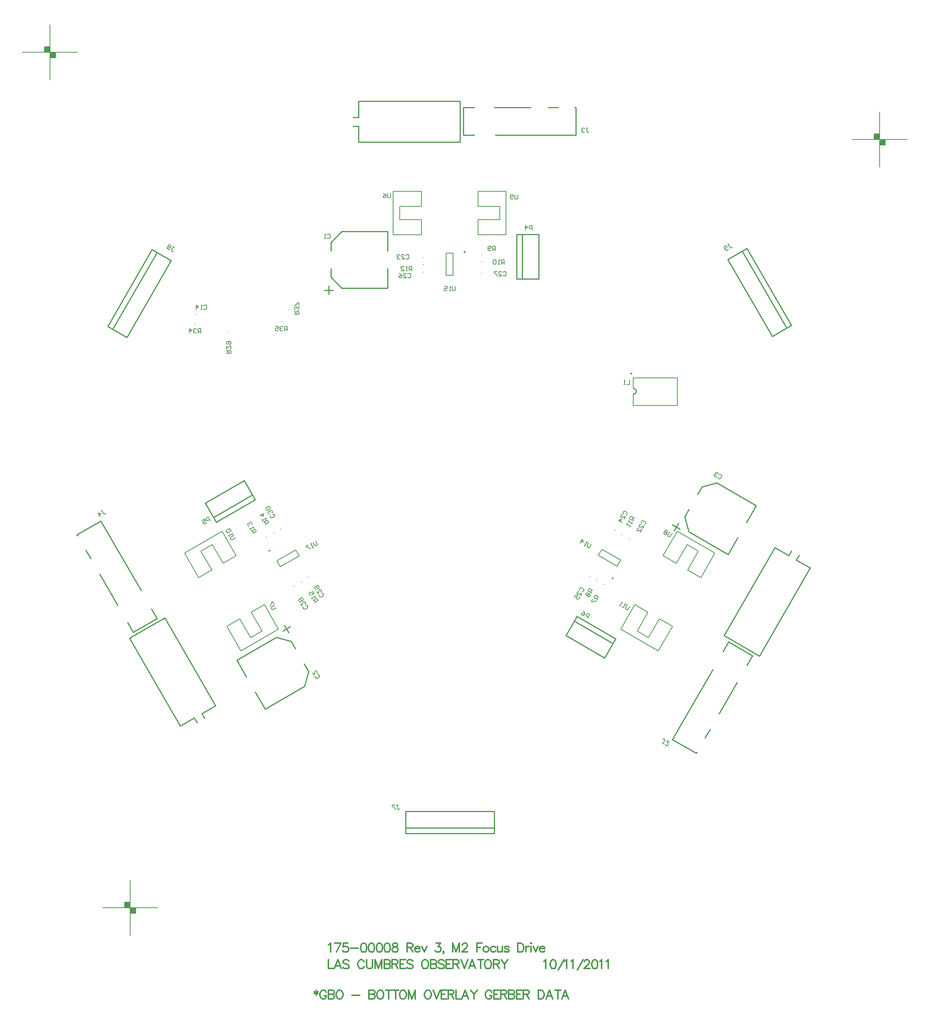
<source format=gbo>
%FSLAX23Y23*%
%MOIN*%
G70*
G01*
G75*
G04 Layer_Color=32896*
%ADD10R,0.057X0.012*%
%ADD11R,0.025X0.185*%
%ADD12R,0.025X0.100*%
%ADD13O,0.079X0.024*%
%ADD14R,0.070X0.135*%
%ADD15R,0.036X0.036*%
%ADD16R,0.094X0.102*%
G04:AMPARAMS|DCode=17|XSize=78mil|YSize=48mil|CornerRadius=0mil|HoleSize=0mil|Usage=FLASHONLY|Rotation=240.000|XOffset=0mil|YOffset=0mil|HoleType=Round|Shape=Rectangle|*
%AMROTATEDRECTD17*
4,1,4,-0.001,0.046,0.040,0.022,0.001,-0.046,-0.040,-0.022,-0.001,0.046,0.0*
%
%ADD17ROTATEDRECTD17*%

%ADD18R,0.063X0.075*%
%ADD19R,0.050X0.050*%
%ADD20R,0.209X0.079*%
%ADD21R,0.200X0.040*%
%ADD22R,0.200X0.150*%
%ADD23R,0.087X0.059*%
%ADD24R,0.060X0.126*%
%ADD25O,0.012X0.069*%
%ADD26R,0.065X0.094*%
%ADD27O,0.027X0.010*%
%ADD28O,0.024X0.010*%
%ADD29R,0.039X0.059*%
%ADD30R,0.040X0.067*%
%ADD31R,0.051X0.059*%
%ADD32R,0.059X0.051*%
%ADD33O,0.098X0.028*%
%ADD34R,0.050X0.050*%
%ADD35R,0.048X0.078*%
%ADD36R,0.078X0.048*%
G04:AMPARAMS|DCode=37|XSize=78mil|YSize=48mil|CornerRadius=0mil|HoleSize=0mil|Usage=FLASHONLY|Rotation=120.000|XOffset=0mil|YOffset=0mil|HoleType=Round|Shape=Rectangle|*
%AMROTATEDRECTD37*
4,1,4,0.040,-0.022,-0.001,-0.046,-0.040,0.022,0.001,0.046,0.040,-0.022,0.0*
%
%ADD37ROTATEDRECTD37*%

%ADD38R,0.067X0.040*%
G04:AMPARAMS|DCode=39|XSize=135mil|YSize=70mil|CornerRadius=0mil|HoleSize=0mil|Usage=FLASHONLY|Rotation=30.000|XOffset=0mil|YOffset=0mil|HoleType=Round|Shape=Rectangle|*
%AMROTATEDRECTD39*
4,1,4,-0.041,-0.064,-0.076,-0.003,0.041,0.064,0.076,0.003,-0.041,-0.064,0.0*
%
%ADD39ROTATEDRECTD39*%

G04:AMPARAMS|DCode=40|XSize=135mil|YSize=70mil|CornerRadius=0mil|HoleSize=0mil|Usage=FLASHONLY|Rotation=150.000|XOffset=0mil|YOffset=0mil|HoleType=Round|Shape=Rectangle|*
%AMROTATEDRECTD40*
4,1,4,0.076,-0.003,0.041,-0.064,-0.076,0.003,-0.041,0.064,0.076,-0.003,0.0*
%
%ADD40ROTATEDRECTD40*%

%ADD41C,0.020*%
%ADD42C,0.005*%
%ADD43C,0.010*%
%ADD44C,0.050*%
%ADD45C,0.030*%
%ADD46C,0.012*%
%ADD47C,0.008*%
%ADD48C,0.012*%
%ADD49C,0.012*%
%ADD50R,0.079X0.039*%
%ADD51O,0.079X0.039*%
%ADD52C,0.079*%
%ADD53C,0.157*%
%ADD54C,0.120*%
%ADD55C,0.220*%
%ADD56C,0.039*%
%ADD57C,0.085*%
%ADD58C,0.055*%
%ADD59C,0.116*%
%ADD60P,0.078X4X165.0*%
%ADD61C,0.059*%
%ADD62P,0.084X4X255.0*%
%ADD63C,0.050*%
%ADD64P,0.099X4X105.0*%
%ADD65C,0.070*%
%ADD66C,0.219*%
%ADD67R,0.098X0.098*%
%ADD68C,0.098*%
%ADD69R,0.059X0.059*%
%ADD70C,0.059*%
%ADD71P,0.084X4X285.0*%
%ADD72P,0.084X4X195.0*%
%ADD73P,0.084X4X255.0*%
%ADD74R,0.059X0.059*%
%ADD75P,0.084X4X345.0*%
%ADD76R,0.070X0.070*%
%ADD77P,0.099X4X345.0*%
%ADD78P,0.084X4X375.0*%
%ADD79R,0.059X0.059*%
%ADD80C,0.335*%
%ADD81C,0.531*%
%ADD82C,0.413*%
%ADD83C,0.236*%
%ADD84C,0.026*%
%ADD85C,0.024*%
%ADD86C,0.030*%
%ADD87C,0.020*%
%ADD88C,0.040*%
%ADD89C,0.070*%
%ADD90C,0.076*%
%ADD91C,0.131*%
G04:AMPARAMS|DCode=92|XSize=130mil|YSize=130mil|CornerRadius=0mil|HoleSize=0mil|Usage=FLASHONLY|Rotation=0.000|XOffset=0mil|YOffset=0mil|HoleType=Round|Shape=Relief|Width=10mil|Gap=10mil|Entries=4|*
%AMTHD92*
7,0,0,0.130,0.110,0.010,45*
%
%ADD92THD92*%
%ADD93C,0.110*%
%ADD94C,0.206*%
%ADD95C,0.080*%
%ADD96C,0.102*%
%ADD97C,0.075*%
%ADD98C,0.168*%
%ADD99C,0.075*%
G04:AMPARAMS|DCode=100|XSize=95.433mil|YSize=95.433mil|CornerRadius=0mil|HoleSize=0mil|Usage=FLASHONLY|Rotation=0.000|XOffset=0mil|YOffset=0mil|HoleType=Round|Shape=Relief|Width=10mil|Gap=10mil|Entries=4|*
%AMTHD100*
7,0,0,0.095,0.075,0.010,45*
%
%ADD100THD100*%
%ADD101C,0.080*%
%ADD102C,0.099*%
%ADD103C,0.075*%
%ADD104C,0.375*%
%ADD105C,0.571*%
%ADD106C,0.257*%
%ADD107C,0.158*%
%ADD108C,0.053*%
%ADD109C,0.052*%
%ADD110C,0.065*%
G04:AMPARAMS|DCode=111|XSize=89.528mil|YSize=89.528mil|CornerRadius=0mil|HoleSize=0mil|Usage=FLASHONLY|Rotation=0.000|XOffset=0mil|YOffset=0mil|HoleType=Round|Shape=Relief|Width=10mil|Gap=10mil|Entries=4|*
%AMTHD111*
7,0,0,0.090,0.070,0.010,45*
%
%ADD111THD111*%
G04:AMPARAMS|DCode=112|XSize=96.221mil|YSize=96.221mil|CornerRadius=0mil|HoleSize=0mil|Usage=FLASHONLY|Rotation=0.000|XOffset=0mil|YOffset=0mil|HoleType=Round|Shape=Relief|Width=10mil|Gap=10mil|Entries=4|*
%AMTHD112*
7,0,0,0.096,0.076,0.010,45*
%
%ADD112THD112*%
G04:AMPARAMS|DCode=113|XSize=150.551mil|YSize=150.551mil|CornerRadius=0mil|HoleSize=0mil|Usage=FLASHONLY|Rotation=0.000|XOffset=0mil|YOffset=0mil|HoleType=Round|Shape=Relief|Width=10mil|Gap=10mil|Entries=4|*
%AMTHD113*
7,0,0,0.151,0.131,0.010,45*
%
%ADD113THD113*%
G04:AMPARAMS|DCode=114|XSize=122mil|YSize=122mil|CornerRadius=0mil|HoleSize=0mil|Usage=FLASHONLY|Rotation=0.000|XOffset=0mil|YOffset=0mil|HoleType=Round|Shape=Relief|Width=10mil|Gap=10mil|Entries=4|*
%AMTHD114*
7,0,0,0.122,0.102,0.010,45*
%
%ADD114THD114*%
G04:AMPARAMS|DCode=115|XSize=95mil|YSize=95mil|CornerRadius=0mil|HoleSize=0mil|Usage=FLASHONLY|Rotation=0.000|XOffset=0mil|YOffset=0mil|HoleType=Round|Shape=Relief|Width=10mil|Gap=10mil|Entries=4|*
%AMTHD115*
7,0,0,0.095,0.075,0.010,45*
%
%ADD115THD115*%
G04:AMPARAMS|DCode=116|XSize=90mil|YSize=90mil|CornerRadius=0mil|HoleSize=0mil|Usage=FLASHONLY|Rotation=0.000|XOffset=0mil|YOffset=0mil|HoleType=Round|Shape=Relief|Width=10mil|Gap=10mil|Entries=4|*
%AMTHD116*
7,0,0,0.090,0.070,0.010,45*
%
%ADD116THD116*%
G04:AMPARAMS|DCode=117|XSize=100mil|YSize=100mil|CornerRadius=0mil|HoleSize=0mil|Usage=FLASHONLY|Rotation=0.000|XOffset=0mil|YOffset=0mil|HoleType=Round|Shape=Relief|Width=10mil|Gap=10mil|Entries=4|*
%AMTHD117*
7,0,0,0.100,0.080,0.010,45*
%
%ADD117THD117*%
G04:AMPARAMS|DCode=118|XSize=95.433mil|YSize=95.433mil|CornerRadius=0mil|HoleSize=0mil|Usage=FLASHONLY|Rotation=0.000|XOffset=0mil|YOffset=0mil|HoleType=Round|Shape=Relief|Width=10mil|Gap=10mil|Entries=4|*
%AMTHD118*
7,0,0,0.095,0.075,0.010,45*
%
%ADD118THD118*%
G04:AMPARAMS|DCode=119|XSize=72.992mil|YSize=72.992mil|CornerRadius=0mil|HoleSize=0mil|Usage=FLASHONLY|Rotation=0.000|XOffset=0mil|YOffset=0mil|HoleType=Round|Shape=Relief|Width=10mil|Gap=10mil|Entries=4|*
%AMTHD119*
7,0,0,0.073,0.053,0.010,45*
%
%ADD119THD119*%
G04:AMPARAMS|DCode=120|XSize=72mil|YSize=72mil|CornerRadius=0mil|HoleSize=0mil|Usage=FLASHONLY|Rotation=0.000|XOffset=0mil|YOffset=0mil|HoleType=Round|Shape=Relief|Width=10mil|Gap=10mil|Entries=4|*
%AMTHD120*
7,0,0,0.072,0.052,0.010,45*
%
%ADD120THD120*%
G04:AMPARAMS|DCode=121|XSize=85mil|YSize=85mil|CornerRadius=0mil|HoleSize=0mil|Usage=FLASHONLY|Rotation=0.000|XOffset=0mil|YOffset=0mil|HoleType=Round|Shape=Relief|Width=10mil|Gap=10mil|Entries=4|*
%AMTHD121*
7,0,0,0.085,0.065,0.010,45*
%
%ADD121THD121*%
G04:AMPARAMS|DCode=122|XSize=28mil|YSize=98mil|CornerRadius=0mil|HoleSize=0mil|Usage=FLASHONLY|Rotation=210.000|XOffset=0mil|YOffset=0mil|HoleType=Round|Shape=Round|*
%AMOVALD122*
21,1,0.071,0.028,0.000,0.000,300.0*
1,1,0.028,-0.018,0.031*
1,1,0.028,0.018,-0.031*
%
%ADD122OVALD122*%

G04:AMPARAMS|DCode=123|XSize=79mil|YSize=236mil|CornerRadius=0mil|HoleSize=0mil|Usage=FLASHONLY|Rotation=240.000|XOffset=0mil|YOffset=0mil|HoleType=Round|Shape=Rectangle|*
%AMROTATEDRECTD123*
4,1,4,-0.083,0.093,0.122,-0.025,0.083,-0.093,-0.122,0.025,-0.083,0.093,0.0*
%
%ADD123ROTATEDRECTD123*%

%ADD124R,0.025X0.070*%
%ADD125R,0.236X0.079*%
G04:AMPARAMS|DCode=126|XSize=79mil|YSize=236mil|CornerRadius=0mil|HoleSize=0mil|Usage=FLASHONLY|Rotation=120.000|XOffset=0mil|YOffset=0mil|HoleType=Round|Shape=Rectangle|*
%AMROTATEDRECTD126*
4,1,4,0.122,0.025,-0.083,-0.093,-0.122,-0.025,0.083,0.093,0.122,0.025,0.0*
%
%ADD126ROTATEDRECTD126*%

%ADD127P,0.071X4X285.0*%
%ADD128P,0.071X4X165.0*%
G04:AMPARAMS|DCode=129|XSize=28mil|YSize=98mil|CornerRadius=0mil|HoleSize=0mil|Usage=FLASHONLY|Rotation=330.000|XOffset=0mil|YOffset=0mil|HoleType=Round|Shape=Round|*
%AMOVALD129*
21,1,0.071,0.028,0.000,0.000,60.0*
1,1,0.028,-0.018,-0.031*
1,1,0.028,0.018,0.031*
%
%ADD129OVALD129*%

%ADD130C,0.075*%
%ADD131C,0.010*%
%ADD132C,0.008*%
%ADD133C,0.020*%
%ADD134C,0.024*%
%ADD135C,0.007*%
%ADD136C,0.010*%
%ADD137C,0.006*%
%ADD138C,0.007*%
%ADD139R,0.020X0.082*%
%ADD140R,0.195X0.150*%
%ADD141R,0.061X0.016*%
%ADD142R,0.033X0.193*%
%ADD143R,0.033X0.108*%
%ADD144O,0.087X0.032*%
%ADD145R,0.078X0.143*%
%ADD146R,0.044X0.044*%
%ADD147R,0.102X0.110*%
G04:AMPARAMS|DCode=148|XSize=86mil|YSize=56mil|CornerRadius=0mil|HoleSize=0mil|Usage=FLASHONLY|Rotation=240.000|XOffset=0mil|YOffset=0mil|HoleType=Round|Shape=Rectangle|*
%AMROTATEDRECTD148*
4,1,4,-0.003,0.051,0.046,0.023,0.003,-0.051,-0.046,-0.023,-0.003,0.051,0.0*
%
%ADD148ROTATEDRECTD148*%

%ADD149R,0.071X0.083*%
%ADD150R,0.058X0.058*%
%ADD151R,0.217X0.087*%
%ADD152R,0.208X0.048*%
%ADD153R,0.208X0.158*%
%ADD154R,0.095X0.067*%
%ADD155R,0.068X0.134*%
%ADD156O,0.020X0.077*%
%ADD157R,0.073X0.102*%
%ADD158O,0.035X0.018*%
%ADD159O,0.032X0.018*%
%ADD160R,0.047X0.067*%
%ADD161R,0.048X0.075*%
%ADD162R,0.059X0.067*%
%ADD163R,0.067X0.059*%
%ADD164O,0.106X0.036*%
%ADD165R,0.058X0.058*%
%ADD166R,0.056X0.086*%
%ADD167R,0.086X0.056*%
G04:AMPARAMS|DCode=168|XSize=86mil|YSize=56mil|CornerRadius=0mil|HoleSize=0mil|Usage=FLASHONLY|Rotation=120.000|XOffset=0mil|YOffset=0mil|HoleType=Round|Shape=Rectangle|*
%AMROTATEDRECTD168*
4,1,4,0.046,-0.023,-0.003,-0.051,-0.046,0.023,0.003,0.051,0.046,-0.023,0.0*
%
%ADD168ROTATEDRECTD168*%

%ADD169R,0.075X0.048*%
G04:AMPARAMS|DCode=170|XSize=143mil|YSize=78mil|CornerRadius=0mil|HoleSize=0mil|Usage=FLASHONLY|Rotation=30.000|XOffset=0mil|YOffset=0mil|HoleType=Round|Shape=Rectangle|*
%AMROTATEDRECTD170*
4,1,4,-0.042,-0.070,-0.081,-0.002,0.042,0.070,0.081,0.002,-0.042,-0.070,0.0*
%
%ADD170ROTATEDRECTD170*%

G04:AMPARAMS|DCode=171|XSize=143mil|YSize=78mil|CornerRadius=0mil|HoleSize=0mil|Usage=FLASHONLY|Rotation=150.000|XOffset=0mil|YOffset=0mil|HoleType=Round|Shape=Rectangle|*
%AMROTATEDRECTD171*
4,1,4,0.081,-0.002,0.042,-0.070,-0.081,0.002,-0.042,0.070,0.081,-0.002,0.0*
%
%ADD171ROTATEDRECTD171*%

%ADD172R,0.087X0.047*%
%ADD173O,0.087X0.047*%
%ADD174C,0.087*%
%ADD175C,0.165*%
%ADD176C,0.128*%
%ADD177C,0.228*%
%ADD178C,0.047*%
%ADD179C,0.093*%
%ADD180C,0.063*%
%ADD181C,0.124*%
%ADD182P,0.089X4X165.0*%
%ADD183C,0.067*%
%ADD184P,0.095X4X255.0*%
%ADD185C,0.058*%
%ADD186P,0.110X4X105.0*%
%ADD187C,0.078*%
%ADD188C,0.227*%
%ADD189R,0.106X0.106*%
%ADD190C,0.106*%
%ADD191R,0.067X0.067*%
%ADD192C,0.067*%
%ADD193P,0.095X4X285.0*%
%ADD194P,0.095X4X195.0*%
%ADD195P,0.095X4X255.0*%
%ADD196R,0.067X0.067*%
%ADD197P,0.095X4X345.0*%
%ADD198R,0.078X0.078*%
%ADD199P,0.110X4X345.0*%
%ADD200P,0.095X4X375.0*%
%ADD201R,0.067X0.067*%
%ADD202C,0.343*%
%ADD203C,0.539*%
%ADD204C,0.421*%
%ADD205C,0.244*%
%ADD206C,0.032*%
%ADD207C,0.038*%
%ADD208C,0.028*%
%ADD209R,2.441X0.253*%
G04:AMPARAMS|DCode=210|XSize=36mil|YSize=106mil|CornerRadius=0mil|HoleSize=0mil|Usage=FLASHONLY|Rotation=210.000|XOffset=0mil|YOffset=0mil|HoleType=Round|Shape=Round|*
%AMOVALD210*
21,1,0.071,0.036,0.000,0.000,300.0*
1,1,0.036,-0.018,0.031*
1,1,0.036,0.018,-0.031*
%
%ADD210OVALD210*%

G04:AMPARAMS|DCode=211|XSize=87mil|YSize=244mil|CornerRadius=0mil|HoleSize=0mil|Usage=FLASHONLY|Rotation=240.000|XOffset=0mil|YOffset=0mil|HoleType=Round|Shape=Rectangle|*
%AMROTATEDRECTD211*
4,1,4,-0.084,0.099,0.127,-0.023,0.084,-0.099,-0.127,0.023,-0.084,0.099,0.0*
%
%ADD211ROTATEDRECTD211*%

%ADD212R,0.033X0.078*%
%ADD213R,0.244X0.087*%
G04:AMPARAMS|DCode=214|XSize=87mil|YSize=244mil|CornerRadius=0mil|HoleSize=0mil|Usage=FLASHONLY|Rotation=120.000|XOffset=0mil|YOffset=0mil|HoleType=Round|Shape=Rectangle|*
%AMROTATEDRECTD214*
4,1,4,0.127,0.023,-0.084,-0.099,-0.127,-0.023,0.084,0.099,0.127,0.023,0.0*
%
%ADD214ROTATEDRECTD214*%

%ADD215P,0.082X4X285.0*%
%ADD216P,0.082X4X165.0*%
G04:AMPARAMS|DCode=217|XSize=36mil|YSize=106mil|CornerRadius=0mil|HoleSize=0mil|Usage=FLASHONLY|Rotation=330.000|XOffset=0mil|YOffset=0mil|HoleType=Round|Shape=Round|*
%AMOVALD217*
21,1,0.071,0.036,0.000,0.000,60.0*
1,1,0.036,-0.018,-0.031*
1,1,0.036,0.018,0.031*
%
%ADD217OVALD217*%

%ADD218C,0.034*%
D43*
X33159Y32036D02*
X33168Y32038D01*
X33177Y32043D01*
X33182Y32051D01*
X33184Y32061D01*
X33182Y32070D01*
X33177Y32078D01*
X33168Y32084D01*
X33159Y32086D01*
X33144Y32221D02*
X33136Y32225D01*
Y32216D01*
X33144Y32221D01*
X31094Y28104D02*
X31899D01*
Y28054D02*
Y28254D01*
X31094Y28054D02*
Y28254D01*
X31899D01*
X31094Y28054D02*
X31899D01*
X33796Y30709D02*
X34018Y30581D01*
X33624Y30922D02*
X33660Y30788D01*
X33796Y30709D01*
X33781Y31195D02*
X33915Y31231D01*
X34273Y31024D01*
X33624Y30922D02*
X33663Y30991D01*
X33742Y31127D02*
X33781Y31195D01*
X34185Y30871D02*
X34273Y31024D01*
X34018Y30581D02*
X34106Y30735D01*
X33513Y30850D02*
X33582Y30810D01*
X33528Y30796D02*
X33567Y30864D01*
X32649Y30021D02*
X32999Y29818D01*
X32549Y29848D02*
X32899Y29645D01*
X32999Y29818D01*
X32549Y29848D02*
X32649Y30021D01*
X32624Y29978D02*
X32974Y29775D01*
X29379Y30873D02*
X29730Y31076D01*
X29279Y31046D02*
X29630Y31249D01*
X29279Y31046D02*
X29379Y30873D01*
X29630Y31249D02*
X29730Y31076D01*
X29354Y30917D02*
X29705Y31119D01*
X32103Y33076D02*
Y33481D01*
X32303Y33076D02*
Y33481D01*
X32103D02*
X32303D01*
X32103Y33076D02*
X32303D01*
X32153D02*
Y33481D01*
X34188Y33355D02*
X34590Y32658D01*
X34015Y33255D02*
X34417Y32558D01*
X34590Y32658D01*
X34015Y33255D02*
X34188Y33355D01*
X34145Y33330D02*
X34547Y32633D01*
X28394Y32646D02*
X28796Y33343D01*
X28567Y32546D02*
X28969Y33243D01*
X28796Y33343D02*
X28969Y33243D01*
X28394Y32646D02*
X28567Y32546D01*
X28437Y32621D02*
X28840Y33318D01*
X30674Y32995D02*
X30930D01*
X30418Y33093D02*
X30516Y32995D01*
X30674D01*
X30418Y33408D02*
X30516Y33507D01*
X30930D01*
X30418Y33093D02*
Y33172D01*
Y33330D02*
Y33408D01*
X30930Y33330D02*
Y33507D01*
Y32995D02*
Y33172D01*
X30359Y32975D02*
X30438D01*
X30398Y32936D02*
Y33015D01*
X29995Y29941D02*
X30034Y29873D01*
X29981Y29888D02*
X30049Y29927D01*
X29564Y29624D02*
X29653Y29471D01*
X29732Y29335D02*
X29820Y29181D01*
X30175Y29591D02*
X30214Y29522D01*
X30057Y29795D02*
X30096Y29727D01*
X29820Y29181D02*
X30178Y29388D01*
X30214Y29522D01*
X29786Y29752D02*
X29922Y29831D01*
X30057Y29795D01*
X29564Y29624D02*
X29786Y29752D01*
D46*
X30284Y26634D02*
Y26588D01*
X30265Y26622D02*
X30303Y26600D01*
Y26622D02*
X30265Y26600D01*
X30376Y26615D02*
X30373Y26622D01*
X30365Y26630D01*
X30357Y26634D01*
X30342D01*
X30335Y26630D01*
X30327Y26622D01*
X30323Y26615D01*
X30319Y26603D01*
Y26584D01*
X30323Y26573D01*
X30327Y26565D01*
X30335Y26558D01*
X30342Y26554D01*
X30357D01*
X30365Y26558D01*
X30373Y26565D01*
X30376Y26573D01*
Y26584D01*
X30357D02*
X30376D01*
X30395Y26634D02*
Y26554D01*
Y26634D02*
X30429D01*
X30440Y26630D01*
X30444Y26626D01*
X30448Y26619D01*
Y26611D01*
X30444Y26603D01*
X30440Y26600D01*
X30429Y26596D01*
X30395D02*
X30429D01*
X30440Y26592D01*
X30444Y26588D01*
X30448Y26580D01*
Y26569D01*
X30444Y26561D01*
X30440Y26558D01*
X30429Y26554D01*
X30395D01*
X30489Y26634D02*
X30481Y26630D01*
X30474Y26622D01*
X30470Y26615D01*
X30466Y26603D01*
Y26584D01*
X30470Y26573D01*
X30474Y26565D01*
X30481Y26558D01*
X30489Y26554D01*
X30504D01*
X30512Y26558D01*
X30519Y26565D01*
X30523Y26573D01*
X30527Y26584D01*
Y26603D01*
X30523Y26615D01*
X30519Y26622D01*
X30512Y26630D01*
X30504Y26634D01*
X30489D01*
X30608Y26588D02*
X30677D01*
X30763Y26634D02*
Y26554D01*
Y26634D02*
X30798D01*
X30809Y26630D01*
X30813Y26626D01*
X30817Y26619D01*
Y26611D01*
X30813Y26603D01*
X30809Y26600D01*
X30798Y26596D01*
X30763D02*
X30798D01*
X30809Y26592D01*
X30813Y26588D01*
X30817Y26580D01*
Y26569D01*
X30813Y26561D01*
X30809Y26558D01*
X30798Y26554D01*
X30763D01*
X30858Y26634D02*
X30850Y26630D01*
X30842Y26622D01*
X30838Y26615D01*
X30835Y26603D01*
Y26584D01*
X30838Y26573D01*
X30842Y26565D01*
X30850Y26558D01*
X30858Y26554D01*
X30873D01*
X30880Y26558D01*
X30888Y26565D01*
X30892Y26573D01*
X30896Y26584D01*
Y26603D01*
X30892Y26615D01*
X30888Y26622D01*
X30880Y26630D01*
X30873Y26634D01*
X30858D01*
X30941D02*
Y26554D01*
X30914Y26634D02*
X30968D01*
X31004D02*
Y26554D01*
X30977Y26634D02*
X31030D01*
X31063D02*
X31055Y26630D01*
X31048Y26622D01*
X31044Y26615D01*
X31040Y26603D01*
Y26584D01*
X31044Y26573D01*
X31048Y26565D01*
X31055Y26558D01*
X31063Y26554D01*
X31078D01*
X31086Y26558D01*
X31093Y26565D01*
X31097Y26573D01*
X31101Y26584D01*
Y26603D01*
X31097Y26615D01*
X31093Y26622D01*
X31086Y26630D01*
X31078Y26634D01*
X31063D01*
X31120D02*
Y26554D01*
Y26634D02*
X31150Y26554D01*
X31180Y26634D02*
X31150Y26554D01*
X31180Y26634D02*
Y26554D01*
X31289Y26634D02*
X31281Y26630D01*
X31274Y26622D01*
X31270Y26615D01*
X31266Y26603D01*
Y26584D01*
X31270Y26573D01*
X31274Y26565D01*
X31281Y26558D01*
X31289Y26554D01*
X31304D01*
X31312Y26558D01*
X31319Y26565D01*
X31323Y26573D01*
X31327Y26584D01*
Y26603D01*
X31323Y26615D01*
X31319Y26622D01*
X31312Y26630D01*
X31304Y26634D01*
X31289D01*
X31346D02*
X31376Y26554D01*
X31407Y26634D02*
X31376Y26554D01*
X31467Y26634D02*
X31417D01*
Y26554D01*
X31467D01*
X31417Y26596D02*
X31447D01*
X31480Y26634D02*
Y26554D01*
Y26634D02*
X31514D01*
X31526Y26630D01*
X31529Y26626D01*
X31533Y26619D01*
Y26611D01*
X31529Y26603D01*
X31526Y26600D01*
X31514Y26596D01*
X31480D01*
X31507D02*
X31533Y26554D01*
X31551Y26634D02*
Y26554D01*
X31597D01*
X31666D02*
X31636Y26634D01*
X31606Y26554D01*
X31617Y26580D02*
X31655D01*
X31685Y26634D02*
X31716Y26596D01*
Y26554D01*
X31746Y26634D02*
X31716Y26596D01*
X31876Y26615D02*
X31873Y26622D01*
X31865Y26630D01*
X31857Y26634D01*
X31842D01*
X31834Y26630D01*
X31827Y26622D01*
X31823Y26615D01*
X31819Y26603D01*
Y26584D01*
X31823Y26573D01*
X31827Y26565D01*
X31834Y26558D01*
X31842Y26554D01*
X31857D01*
X31865Y26558D01*
X31873Y26565D01*
X31876Y26573D01*
Y26584D01*
X31857D02*
X31876D01*
X31944Y26634D02*
X31895D01*
Y26554D01*
X31944D01*
X31895Y26596D02*
X31925D01*
X31957Y26634D02*
Y26554D01*
Y26634D02*
X31992D01*
X32003Y26630D01*
X32007Y26626D01*
X32011Y26619D01*
Y26611D01*
X32007Y26603D01*
X32003Y26600D01*
X31992Y26596D01*
X31957D01*
X31984D02*
X32011Y26554D01*
X32029Y26634D02*
Y26554D01*
Y26634D02*
X32063D01*
X32074Y26630D01*
X32078Y26626D01*
X32082Y26619D01*
Y26611D01*
X32078Y26603D01*
X32074Y26600D01*
X32063Y26596D01*
X32029D02*
X32063D01*
X32074Y26592D01*
X32078Y26588D01*
X32082Y26580D01*
Y26569D01*
X32078Y26561D01*
X32074Y26558D01*
X32063Y26554D01*
X32029D01*
X32149Y26634D02*
X32100D01*
Y26554D01*
X32149D01*
X32100Y26596D02*
X32130D01*
X32163Y26634D02*
Y26554D01*
Y26634D02*
X32197D01*
X32208Y26630D01*
X32212Y26626D01*
X32216Y26619D01*
Y26611D01*
X32212Y26603D01*
X32208Y26600D01*
X32197Y26596D01*
X32163D01*
X32189D02*
X32216Y26554D01*
X32297Y26634D02*
Y26554D01*
Y26634D02*
X32323D01*
X32335Y26630D01*
X32343Y26622D01*
X32346Y26615D01*
X32350Y26603D01*
Y26584D01*
X32346Y26573D01*
X32343Y26565D01*
X32335Y26558D01*
X32323Y26554D01*
X32297D01*
X32429D02*
X32399Y26634D01*
X32368Y26554D01*
X32379Y26580D02*
X32418D01*
X32474Y26634D02*
Y26554D01*
X32448Y26634D02*
X32501D01*
X32571Y26554D02*
X32541Y26634D01*
X32510Y26554D01*
X32522Y26580D02*
X32560D01*
D47*
X32730Y34445D02*
X32744D01*
X32737D01*
Y34411D01*
X32744Y34405D01*
X32750D01*
X32757Y34411D01*
X32717Y34438D02*
X32710Y34445D01*
X32697D01*
X32690Y34438D01*
Y34431D01*
X32697Y34425D01*
X32704D01*
X32697D01*
X32690Y34418D01*
Y34411D01*
X32697Y34405D01*
X32710D01*
X32717Y34411D01*
X28336Y30974D02*
X28348Y30980D01*
X28342Y30977D01*
X28359Y30948D01*
X28368Y30946D01*
X28374Y30949D01*
X28376Y30958D01*
X28327Y30922D02*
X28307Y30957D01*
X28335Y30950D01*
X28312Y30936D01*
X30277Y30703D02*
X30294Y30675D01*
X30291Y30665D01*
X30280Y30659D01*
X30270Y30661D01*
X30254Y30690D01*
X30262Y30649D02*
X30251Y30642D01*
X30256Y30645D01*
X30236Y30680D01*
X30246Y30678D01*
X30213Y30667D02*
X30190Y30653D01*
X30194Y30648D01*
X30230Y30638D01*
X30233Y30632D01*
X33128Y30112D02*
X33111Y30084D01*
X33102Y30081D01*
X33091Y30088D01*
X33088Y30097D01*
X33105Y30126D01*
X33073Y30098D02*
X33062Y30104D01*
X33067Y30101D01*
X33087Y30136D01*
X33090Y30127D01*
X33044Y30114D02*
X33033Y30121D01*
X33039Y30118D01*
X33059Y30152D01*
X33061Y30143D01*
X31013Y28312D02*
X31027D01*
X31020D01*
Y28278D01*
X31027Y28272D01*
X31033D01*
X31040Y28278D01*
X31000Y28312D02*
X30973D01*
Y28305D01*
X31000Y28278D01*
Y28272D01*
X33939Y31303D02*
X33949Y31305D01*
X33960Y31299D01*
X33963Y31290D01*
X33949Y31267D01*
X33940Y31264D01*
X33929Y31271D01*
X33926Y31280D01*
X33928Y31310D02*
X33925Y31319D01*
X33914Y31325D01*
X33905Y31323D01*
X33901Y31317D01*
X33904Y31308D01*
X33910Y31305D01*
X33904Y31308D01*
X33895Y31306D01*
X33891Y31300D01*
X33894Y31291D01*
X33905Y31284D01*
X33915Y31287D01*
X33124Y32160D02*
Y32120D01*
X33097D01*
X33084D02*
X33071D01*
X33077D01*
Y32160D01*
X33084Y32153D01*
X30087Y32758D02*
X30127D01*
Y32778D01*
X30120Y32784D01*
X30107D01*
X30100Y32778D01*
Y32758D01*
Y32771D02*
X30087Y32784D01*
X30120Y32798D02*
X30127Y32804D01*
Y32818D01*
X30120Y32824D01*
X30114D01*
X30107Y32818D01*
Y32811D01*
Y32818D01*
X30100Y32824D01*
X30094D01*
X30087Y32818D01*
Y32804D01*
X30094Y32798D01*
X30127Y32838D02*
Y32864D01*
X30120D01*
X30094Y32838D01*
X30087D01*
X30021Y32608D02*
Y32648D01*
X30001D01*
X29994Y32641D01*
Y32628D01*
X30001Y32621D01*
X30021D01*
X30008D02*
X29994Y32608D01*
X29981Y32641D02*
X29974Y32648D01*
X29961D01*
X29954Y32641D01*
Y32634D01*
X29961Y32628D01*
X29968D01*
X29961D01*
X29954Y32621D01*
Y32614D01*
X29961Y32608D01*
X29974D01*
X29981Y32614D01*
X29914Y32648D02*
X29941D01*
Y32628D01*
X29928Y32634D01*
X29921D01*
X29914Y32628D01*
Y32614D01*
X29921Y32608D01*
X29934D01*
X29941Y32614D01*
X29237Y32587D02*
Y32627D01*
X29217D01*
X29210Y32620D01*
Y32607D01*
X29217Y32600D01*
X29237D01*
X29224D02*
X29210Y32587D01*
X29197Y32620D02*
X29190Y32627D01*
X29177D01*
X29170Y32620D01*
Y32613D01*
X29177Y32607D01*
X29184D01*
X29177D01*
X29170Y32600D01*
Y32593D01*
X29177Y32587D01*
X29190D01*
X29197Y32593D01*
X29137Y32587D02*
Y32627D01*
X29157Y32607D01*
X29130D01*
X29473Y32403D02*
X29513D01*
Y32423D01*
X29506Y32429D01*
X29493D01*
X29486Y32423D01*
Y32403D01*
Y32416D02*
X29473Y32429D01*
Y32469D02*
Y32443D01*
X29500Y32469D01*
X29506D01*
X29513Y32463D01*
Y32449D01*
X29506Y32443D01*
X29480Y32483D02*
X29473Y32489D01*
Y32503D01*
X29480Y32509D01*
X29506D01*
X29513Y32503D01*
Y32489D01*
X29506Y32483D01*
X29500D01*
X29493Y32489D01*
Y32509D01*
X29265Y32834D02*
X29272Y32841D01*
X29285D01*
X29292Y32834D01*
Y32807D01*
X29285Y32801D01*
X29272D01*
X29265Y32807D01*
X29252Y32801D02*
X29239D01*
X29245D01*
Y32841D01*
X29252Y32834D01*
X29199Y32801D02*
Y32841D01*
X29219Y32821D01*
X29192D01*
X32744Y30004D02*
X32764Y30038D01*
X32747Y30048D01*
X32737Y30046D01*
X32731Y30034D01*
X32733Y30025D01*
X32751Y30015D01*
X32706Y30072D02*
X32714Y30059D01*
X32719Y30041D01*
X32713Y30030D01*
X32703Y30027D01*
X32692Y30034D01*
X32689Y30043D01*
X32693Y30049D01*
X32702Y30051D01*
X32719Y30041D01*
X29326Y30887D02*
X29306Y30921D01*
X29289Y30911D01*
X29286Y30902D01*
X29293Y30891D01*
X29302Y30888D01*
X29319Y30898D01*
X29248Y30888D02*
X29271Y30901D01*
X29281Y30884D01*
X29266Y30883D01*
X29261Y30880D01*
X29258Y30871D01*
X29265Y30859D01*
X29274Y30857D01*
X29285Y30863D01*
X29288Y30873D01*
X32241Y33522D02*
Y33562D01*
X32221D01*
X32214Y33555D01*
Y33542D01*
X32221Y33535D01*
X32241D01*
X32181Y33522D02*
Y33562D01*
X32201Y33542D01*
X32174D01*
X34014Y33386D02*
X34025Y33393D01*
X34020Y33389D01*
X34036Y33361D01*
X34045Y33358D01*
X34051Y33361D01*
X34054Y33371D01*
X34019Y33351D02*
X34016Y33341D01*
X34005Y33335D01*
X33996Y33337D01*
X33982Y33360D01*
X33985Y33369D01*
X33996Y33376D01*
X34006Y33374D01*
X34009Y33368D01*
X34006Y33359D01*
X33989Y33349D01*
X28984Y33370D02*
X28995Y33363D01*
X28990Y33366D01*
X28973Y33338D01*
X28975Y33328D01*
X28981Y33325D01*
X28990Y33328D01*
X28969Y33371D02*
X28966Y33380D01*
X28955Y33386D01*
X28946Y33384D01*
X28942Y33378D01*
X28945Y33369D01*
X28936Y33367D01*
X28932Y33361D01*
X28935Y33352D01*
X28946Y33345D01*
X28956Y33348D01*
X28959Y33353D01*
X28956Y33362D01*
X28966Y33365D01*
X28969Y33371D01*
X28956Y33362D02*
X28945Y33369D01*
X30385Y33478D02*
X30392Y33485D01*
X30405D01*
X30412Y33478D01*
Y33451D01*
X30405Y33445D01*
X30392D01*
X30385Y33451D01*
X30372Y33445D02*
X30359D01*
X30365D01*
Y33485D01*
X30372Y33478D01*
X30299Y29494D02*
X30309Y29491D01*
X30315Y29480D01*
X30313Y29470D01*
X30290Y29457D01*
X30281Y29460D01*
X30274Y29471D01*
X30276Y29480D01*
X30251Y29512D02*
X30264Y29488D01*
X30274Y29525D01*
X30279Y29528D01*
X30289Y29526D01*
X30295Y29514D01*
X30293Y29505D01*
X33234Y30865D02*
X33231Y30874D01*
X33238Y30886D01*
X33247Y30888D01*
X33270Y30875D01*
X33273Y30866D01*
X33266Y30854D01*
X33257Y30852D01*
X33243Y30814D02*
X33256Y30837D01*
X33219Y30827D01*
X33214Y30831D01*
X33211Y30840D01*
X33218Y30851D01*
X33227Y30854D01*
X33223Y30779D02*
X33236Y30803D01*
X33199Y30793D01*
X33194Y30796D01*
X33191Y30805D01*
X33198Y30817D01*
X33207Y30819D01*
X31099Y33290D02*
X31106Y33297D01*
X31119D01*
X31126Y33290D01*
Y33263D01*
X31119Y33257D01*
X31106D01*
X31099Y33263D01*
X31059Y33257D02*
X31086D01*
X31059Y33283D01*
Y33290D01*
X31066Y33297D01*
X31079D01*
X31086Y33290D01*
X31046D02*
X31039Y33297D01*
X31026D01*
X31019Y33290D01*
Y33283D01*
X31026Y33277D01*
X31033D01*
X31026D01*
X31019Y33270D01*
Y33263D01*
X31026Y33257D01*
X31039D01*
X31046Y33263D01*
X33067Y30952D02*
X33064Y30961D01*
X33071Y30973D01*
X33080Y30975D01*
X33103Y30962D01*
X33106Y30953D01*
X33099Y30941D01*
X33090Y30939D01*
X33076Y30901D02*
X33089Y30924D01*
X33052Y30914D01*
X33047Y30918D01*
X33044Y30927D01*
X33051Y30938D01*
X33060Y30941D01*
X33059Y30872D02*
X33024Y30892D01*
X33052Y30900D01*
X33038Y30876D01*
X32671Y30256D02*
X32668Y30265D01*
X32675Y30277D01*
X32684Y30279D01*
X32707Y30266D01*
X32710Y30257D01*
X32703Y30245D01*
X32694Y30243D01*
X32680Y30205D02*
X32693Y30228D01*
X32656Y30218D01*
X32651Y30222D01*
X32648Y30231D01*
X32655Y30242D01*
X32664Y30245D01*
X32625Y30190D02*
X32638Y30214D01*
X32656Y30204D01*
X32643Y30195D01*
X32640Y30190D01*
X32642Y30180D01*
X32654Y30174D01*
X32663Y30176D01*
X32670Y30188D01*
X32667Y30197D01*
X31114Y33121D02*
X31121Y33128D01*
X31134D01*
X31141Y33121D01*
Y33094D01*
X31134Y33088D01*
X31121D01*
X31114Y33094D01*
X31074Y33088D02*
X31101D01*
X31074Y33114D01*
Y33121D01*
X31081Y33128D01*
X31094D01*
X31101Y33121D01*
X31034Y33128D02*
X31048Y33121D01*
X31061Y33108D01*
Y33094D01*
X31054Y33088D01*
X31041D01*
X31034Y33094D01*
Y33101D01*
X31041Y33108D01*
X31061D01*
X31978Y33138D02*
X31985Y33145D01*
X31998D01*
X32005Y33138D01*
Y33111D01*
X31998Y33105D01*
X31985D01*
X31978Y33111D01*
X31938Y33105D02*
X31965D01*
X31938Y33131D01*
Y33138D01*
X31945Y33145D01*
X31958D01*
X31965Y33138D01*
X31925Y33145D02*
X31898D01*
Y33138D01*
X31925Y33111D01*
Y33105D01*
X30191Y30120D02*
X30201Y30117D01*
X30207Y30106D01*
X30205Y30096D01*
X30182Y30083D01*
X30173Y30086D01*
X30166Y30097D01*
X30168Y30106D01*
X30143Y30138D02*
X30156Y30114D01*
X30166Y30151D01*
X30171Y30154D01*
X30181Y30152D01*
X30187Y30140D01*
X30185Y30131D01*
X30165Y30166D02*
X30167Y30175D01*
X30161Y30186D01*
X30151Y30189D01*
X30146Y30185D01*
X30143Y30176D01*
X30134Y30179D01*
X30128Y30175D01*
X30126Y30166D01*
X30133Y30155D01*
X30142Y30152D01*
X30147Y30156D01*
X30150Y30165D01*
X30159Y30162D01*
X30165Y30166D01*
X30150Y30165D02*
X30143Y30176D01*
X30335Y30230D02*
X30345Y30227D01*
X30351Y30216D01*
X30349Y30206D01*
X30326Y30193D01*
X30317Y30196D01*
X30310Y30207D01*
X30312Y30216D01*
X30287Y30248D02*
X30300Y30224D01*
X30310Y30261D01*
X30315Y30264D01*
X30325Y30262D01*
X30331Y30250D01*
X30329Y30241D01*
X30286Y30262D02*
X30277Y30265D01*
X30270Y30276D01*
X30272Y30285D01*
X30295Y30299D01*
X30305Y30296D01*
X30311Y30285D01*
X30309Y30276D01*
X30303Y30272D01*
X30294Y30275D01*
X30284Y30292D01*
X29892Y30947D02*
X29902Y30944D01*
X29908Y30933D01*
X29906Y30923D01*
X29883Y30910D01*
X29874Y30913D01*
X29867Y30924D01*
X29869Y30933D01*
X29886Y30958D02*
X29888Y30967D01*
X29882Y30979D01*
X29872Y30981D01*
X29867Y30978D01*
X29864Y30969D01*
X29868Y30963D01*
X29864Y30969D01*
X29855Y30971D01*
X29849Y30968D01*
X29847Y30959D01*
X29854Y30947D01*
X29863Y30945D01*
X29866Y30993D02*
X29868Y31002D01*
X29862Y31013D01*
X29852Y31016D01*
X29829Y31002D01*
X29827Y30993D01*
X29834Y30982D01*
X29843Y30979D01*
X29866Y30993D01*
X32847Y30193D02*
X32812Y30213D01*
X32802Y30195D01*
X32805Y30186D01*
X32816Y30180D01*
X32825Y30182D01*
X32835Y30199D01*
X32829Y30188D02*
X32834Y30170D01*
X32792Y30178D02*
X32779Y30155D01*
X32785Y30152D01*
X32821Y30162D01*
X32827Y30158D01*
X32792Y30253D02*
X32757Y30273D01*
X32747Y30255D01*
X32750Y30246D01*
X32761Y30240D01*
X32770Y30242D01*
X32780Y30259D01*
X32774Y30248D02*
X32779Y30230D01*
X32743Y30235D02*
X32734Y30232D01*
X32727Y30221D01*
X32730Y30212D01*
X32735Y30208D01*
X32745Y30211D01*
X32747Y30202D01*
X32753Y30198D01*
X32762Y30201D01*
X32769Y30212D01*
X32766Y30222D01*
X32760Y30225D01*
X32751Y30222D01*
X32749Y30232D01*
X32743Y30235D01*
X32751Y30222D02*
X32745Y30211D01*
X31908Y33333D02*
Y33373D01*
X31888D01*
X31881Y33366D01*
Y33353D01*
X31888Y33346D01*
X31908D01*
X31895D02*
X31881Y33333D01*
X31868Y33339D02*
X31861Y33333D01*
X31848D01*
X31841Y33339D01*
Y33366D01*
X31848Y33373D01*
X31861D01*
X31868Y33366D01*
Y33359D01*
X31861Y33353D01*
X31841D01*
X31987Y33212D02*
Y33252D01*
X31967D01*
X31960Y33245D01*
Y33232D01*
X31967Y33225D01*
X31987D01*
X31974D02*
X31960Y33212D01*
X31947D02*
X31934D01*
X31940D01*
Y33252D01*
X31947Y33245D01*
X31914D02*
X31907Y33252D01*
X31894D01*
X31887Y33245D01*
Y33218D01*
X31894Y33212D01*
X31907D01*
X31914Y33218D01*
Y33245D01*
X33171Y30906D02*
X33136Y30926D01*
X33126Y30908D01*
X33129Y30899D01*
X33140Y30893D01*
X33149Y30895D01*
X33159Y30912D01*
X33153Y30901D02*
X33158Y30883D01*
X33151Y30871D02*
X33144Y30860D01*
X33148Y30865D01*
X33113Y30885D01*
X33122Y30888D01*
X33134Y30842D02*
X33128Y30831D01*
X33131Y30837D01*
X33096Y30857D01*
X33105Y30859D01*
X31153Y33151D02*
Y33191D01*
X31133D01*
X31126Y33184D01*
Y33171D01*
X31133Y33164D01*
X31153D01*
X31140D02*
X31126Y33151D01*
X31113D02*
X31100D01*
X31106D01*
Y33191D01*
X31113Y33184D01*
X31053Y33151D02*
X31080D01*
X31053Y33177D01*
Y33184D01*
X31060Y33191D01*
X31073D01*
X31080Y33184D01*
X29708Y30772D02*
X29743Y30792D01*
X29733Y30809D01*
X29723Y30812D01*
X29712Y30805D01*
X29709Y30796D01*
X29719Y30778D01*
X29713Y30790D02*
X29695Y30795D01*
X29688Y30806D02*
X29681Y30818D01*
X29685Y30812D01*
X29719Y30832D01*
X29717Y30823D01*
X29700Y30852D02*
X29703Y30861D01*
X29696Y30873D01*
X29687Y30875D01*
X29681Y30872D01*
X29679Y30863D01*
X29682Y30857D01*
X29679Y30863D01*
X29669Y30865D01*
X29664Y30862D01*
X29661Y30853D01*
X29668Y30841D01*
X29677Y30839D01*
X29820Y30851D02*
X29855Y30871D01*
X29845Y30888D01*
X29835Y30891D01*
X29824Y30884D01*
X29821Y30875D01*
X29831Y30857D01*
X29825Y30869D02*
X29807Y30874D01*
X29800Y30885D02*
X29793Y30897D01*
X29797Y30891D01*
X29831Y30911D01*
X29829Y30902D01*
X29773Y30932D02*
X29808Y30952D01*
X29801Y30924D01*
X29787Y30947D01*
X30267Y30144D02*
X30302Y30164D01*
X30292Y30181D01*
X30282Y30184D01*
X30271Y30177D01*
X30268Y30168D01*
X30278Y30150D01*
X30272Y30162D02*
X30254Y30167D01*
X30247Y30178D02*
X30240Y30190D01*
X30244Y30184D01*
X30278Y30204D01*
X30276Y30195D01*
X30252Y30250D02*
X30265Y30227D01*
X30248Y30217D01*
X30247Y30232D01*
X30243Y30238D01*
X30234Y30240D01*
X30223Y30234D01*
X30220Y30225D01*
X30227Y30213D01*
X30236Y30211D01*
X30957Y33854D02*
Y33820D01*
X30950Y33814D01*
X30937D01*
X30930Y33820D01*
Y33854D01*
X30890D02*
X30904Y33847D01*
X30917Y33834D01*
Y33820D01*
X30910Y33814D01*
X30897D01*
X30890Y33820D01*
Y33827D01*
X30897Y33834D01*
X30917D01*
X29922Y30098D02*
X29893Y30081D01*
X29884Y30084D01*
X29877Y30095D01*
X29879Y30104D01*
X29908Y30121D01*
X29902Y30132D02*
X29888Y30156D01*
X29882Y30152D01*
X29873Y30116D01*
X29867Y30112D01*
X33510Y30771D02*
X33493Y30743D01*
X33484Y30740D01*
X33473Y30747D01*
X33470Y30756D01*
X33487Y30785D01*
X33472Y30786D02*
X33469Y30795D01*
X33458Y30801D01*
X33449Y30799D01*
X33445Y30793D01*
X33448Y30784D01*
X33439Y30782D01*
X33435Y30776D01*
X33438Y30767D01*
X33449Y30760D01*
X33459Y30763D01*
X33462Y30768D01*
X33459Y30777D01*
X33469Y30780D01*
X33472Y30786D01*
X33459Y30777D02*
X33448Y30784D01*
X32111Y33839D02*
Y33805D01*
X32104Y33799D01*
X32091D01*
X32084Y33805D01*
Y33839D01*
X32071Y33805D02*
X32064Y33799D01*
X32051D01*
X32044Y33805D01*
Y33832D01*
X32051Y33839D01*
X32064D01*
X32071Y33832D01*
Y33825D01*
X32064Y33819D01*
X32044D01*
X29551Y30730D02*
X29522Y30713D01*
X29513Y30716D01*
X29506Y30727D01*
X29508Y30736D01*
X29537Y30753D01*
X29496Y30744D02*
X29489Y30756D01*
X29493Y30750D01*
X29527Y30770D01*
X29525Y30761D01*
X29508Y30790D02*
X29511Y30799D01*
X29504Y30811D01*
X29495Y30813D01*
X29472Y30800D01*
X29469Y30791D01*
X29476Y30779D01*
X29485Y30777D01*
X29508Y30790D01*
X32779Y30673D02*
X32762Y30645D01*
X32753Y30642D01*
X32742Y30649D01*
X32739Y30658D01*
X32756Y30687D01*
X32724Y30659D02*
X32713Y30665D01*
X32718Y30662D01*
X32738Y30697D01*
X32741Y30688D01*
X32678Y30685D02*
X32698Y30720D01*
X32705Y30693D01*
X32682Y30706D01*
X31546Y33009D02*
Y32975D01*
X31539Y32969D01*
X31526D01*
X31519Y32975D01*
Y33009D01*
X31506Y32969D02*
X31493D01*
X31499D01*
Y33009D01*
X31506Y33002D01*
X31446Y33009D02*
X31473D01*
Y32989D01*
X31459Y32995D01*
X31453D01*
X31446Y32989D01*
Y32975D01*
X31453Y32969D01*
X31466D01*
X31473Y32975D01*
X33434Y28865D02*
X33422Y28872D01*
X33428Y28868D01*
X33445Y28897D01*
X33442Y28906D01*
X33437Y28909D01*
X33428Y28907D01*
X33489Y28879D02*
X33466Y28893D01*
X33475Y28856D01*
X33472Y28851D01*
X33463Y28848D01*
X33451Y28855D01*
X33449Y28864D01*
X35143Y34340D02*
X35643D01*
X35393Y34090D02*
Y34590D01*
X35443Y34290D02*
Y34340D01*
X35393Y34290D02*
X35443D01*
X35343Y34340D02*
Y34390D01*
X35393D01*
X35348Y34345D02*
X35388D01*
X35348D02*
Y34385D01*
X35388D01*
Y34345D02*
Y34385D01*
X35353Y34350D02*
X35383D01*
X35353D02*
Y34380D01*
X35383D01*
Y34355D02*
Y34380D01*
X35358Y34355D02*
X35378D01*
X35358D02*
Y34375D01*
X35378D01*
Y34360D02*
Y34375D01*
X35363Y34360D02*
X35373D01*
X35363D02*
Y34370D01*
X35373D01*
Y34360D02*
Y34370D01*
X35363Y34365D02*
X35373D01*
X35398Y34295D02*
X35438D01*
X35398D02*
Y34335D01*
X35438D01*
Y34295D02*
Y34335D01*
X35403Y34300D02*
X35433D01*
X35403D02*
Y34330D01*
X35433D01*
Y34305D02*
Y34330D01*
X35408Y34305D02*
X35428D01*
X35408D02*
Y34325D01*
X35428D01*
Y34310D02*
Y34325D01*
X35413Y34310D02*
X35423D01*
X35413D02*
Y34320D01*
X35423D01*
Y34310D02*
Y34320D01*
X35413Y34315D02*
X35423D01*
X27623Y35130D02*
X28123D01*
X27873Y34880D02*
Y35380D01*
X27923Y35080D02*
Y35130D01*
X27873Y35080D02*
X27923D01*
X27823Y35130D02*
Y35180D01*
X27873D01*
X27828Y35135D02*
X27868D01*
X27828D02*
Y35175D01*
X27868D01*
Y35135D02*
Y35175D01*
X27833Y35140D02*
X27863D01*
X27833D02*
Y35170D01*
X27863D01*
Y35145D02*
Y35170D01*
X27838Y35145D02*
X27858D01*
X27838D02*
Y35165D01*
X27858D01*
Y35150D02*
Y35165D01*
X27843Y35150D02*
X27853D01*
X27843D02*
Y35160D01*
X27853D01*
Y35150D02*
Y35160D01*
X27843Y35155D02*
X27853D01*
X27878Y35085D02*
X27918D01*
X27878D02*
Y35125D01*
X27918D01*
Y35085D02*
Y35125D01*
X27883Y35090D02*
X27913D01*
X27883D02*
Y35120D01*
X27913D01*
Y35095D02*
Y35120D01*
X27888Y35095D02*
X27908D01*
X27888D02*
Y35115D01*
X27908D01*
Y35100D02*
Y35115D01*
X27893Y35100D02*
X27903D01*
X27893D02*
Y35110D01*
X27903D01*
Y35100D02*
Y35110D01*
X27893Y35105D02*
X27903D01*
X28347Y27380D02*
X28847D01*
X28597Y27130D02*
Y27630D01*
X28647Y27330D02*
Y27380D01*
X28597Y27330D02*
X28647D01*
X28547Y27380D02*
Y27430D01*
X28597D01*
X28552Y27385D02*
X28592D01*
X28552D02*
Y27425D01*
X28592D01*
Y27385D02*
Y27425D01*
X28557Y27390D02*
X28587D01*
X28557D02*
Y27420D01*
X28587D01*
Y27395D02*
Y27420D01*
X28562Y27395D02*
X28582D01*
X28562D02*
Y27415D01*
X28582D01*
Y27400D02*
Y27415D01*
X28567Y27400D02*
X28577D01*
X28567D02*
Y27410D01*
X28577D01*
Y27400D02*
Y27410D01*
X28567Y27405D02*
X28577D01*
X28602Y27335D02*
X28642D01*
X28602D02*
Y27375D01*
X28642D01*
Y27335D02*
Y27375D01*
X28607Y27340D02*
X28637D01*
X28607D02*
Y27370D01*
X28637D01*
Y27345D02*
Y27370D01*
X28612Y27345D02*
X28632D01*
X28612D02*
Y27365D01*
X28632D01*
Y27350D02*
Y27365D01*
X28617Y27350D02*
X28627D01*
X28617D02*
Y27360D01*
X28627D01*
Y27350D02*
Y27360D01*
X28617Y27355D02*
X28627D01*
D48*
X30395Y26909D02*
Y26829D01*
X30440D01*
X30510D02*
X30480Y26909D01*
X30449Y26829D01*
X30461Y26855D02*
X30499D01*
X30582Y26897D02*
X30575Y26905D01*
X30563Y26909D01*
X30548D01*
X30536Y26905D01*
X30529Y26897D01*
Y26889D01*
X30533Y26882D01*
X30536Y26878D01*
X30544Y26874D01*
X30567Y26867D01*
X30575Y26863D01*
X30578Y26859D01*
X30582Y26851D01*
Y26840D01*
X30575Y26832D01*
X30563Y26829D01*
X30548D01*
X30536Y26832D01*
X30529Y26840D01*
X30720Y26889D02*
X30716Y26897D01*
X30709Y26905D01*
X30701Y26909D01*
X30686D01*
X30678Y26905D01*
X30671Y26897D01*
X30667Y26889D01*
X30663Y26878D01*
Y26859D01*
X30667Y26848D01*
X30671Y26840D01*
X30678Y26832D01*
X30686Y26829D01*
X30701D01*
X30709Y26832D01*
X30716Y26840D01*
X30720Y26848D01*
X30742Y26909D02*
Y26851D01*
X30746Y26840D01*
X30754Y26832D01*
X30765Y26829D01*
X30773D01*
X30784Y26832D01*
X30792Y26840D01*
X30796Y26851D01*
Y26909D01*
X30818D02*
Y26829D01*
Y26909D02*
X30848Y26829D01*
X30879Y26909D02*
X30848Y26829D01*
X30879Y26909D02*
Y26829D01*
X30902Y26909D02*
Y26829D01*
Y26909D02*
X30936D01*
X30947Y26905D01*
X30951Y26901D01*
X30955Y26893D01*
Y26886D01*
X30951Y26878D01*
X30947Y26874D01*
X30936Y26870D01*
X30902D02*
X30936D01*
X30947Y26867D01*
X30951Y26863D01*
X30955Y26855D01*
Y26844D01*
X30951Y26836D01*
X30947Y26832D01*
X30936Y26829D01*
X30902D01*
X30973Y26909D02*
Y26829D01*
Y26909D02*
X31007D01*
X31019Y26905D01*
X31022Y26901D01*
X31026Y26893D01*
Y26886D01*
X31022Y26878D01*
X31019Y26874D01*
X31007Y26870D01*
X30973D01*
X31000D02*
X31026Y26829D01*
X31094Y26909D02*
X31044D01*
Y26829D01*
X31094D01*
X31044Y26870D02*
X31075D01*
X31160Y26897D02*
X31153Y26905D01*
X31141Y26909D01*
X31126D01*
X31115Y26905D01*
X31107Y26897D01*
Y26889D01*
X31111Y26882D01*
X31115Y26878D01*
X31122Y26874D01*
X31145Y26867D01*
X31153Y26863D01*
X31157Y26859D01*
X31160Y26851D01*
Y26840D01*
X31153Y26832D01*
X31141Y26829D01*
X31126D01*
X31115Y26832D01*
X31107Y26840D01*
X31264Y26909D02*
X31256Y26905D01*
X31249Y26897D01*
X31245Y26889D01*
X31241Y26878D01*
Y26859D01*
X31245Y26848D01*
X31249Y26840D01*
X31256Y26832D01*
X31264Y26829D01*
X31279D01*
X31287Y26832D01*
X31294Y26840D01*
X31298Y26848D01*
X31302Y26859D01*
Y26878D01*
X31298Y26889D01*
X31294Y26897D01*
X31287Y26905D01*
X31279Y26909D01*
X31264D01*
X31321D02*
Y26829D01*
Y26909D02*
X31355D01*
X31366Y26905D01*
X31370Y26901D01*
X31374Y26893D01*
Y26886D01*
X31370Y26878D01*
X31366Y26874D01*
X31355Y26870D01*
X31321D02*
X31355D01*
X31366Y26867D01*
X31370Y26863D01*
X31374Y26855D01*
Y26844D01*
X31370Y26836D01*
X31366Y26832D01*
X31355Y26829D01*
X31321D01*
X31445Y26897D02*
X31438Y26905D01*
X31426Y26909D01*
X31411D01*
X31399Y26905D01*
X31392Y26897D01*
Y26889D01*
X31396Y26882D01*
X31399Y26878D01*
X31407Y26874D01*
X31430Y26867D01*
X31438Y26863D01*
X31441Y26859D01*
X31445Y26851D01*
Y26840D01*
X31438Y26832D01*
X31426Y26829D01*
X31411D01*
X31399Y26832D01*
X31392Y26840D01*
X31513Y26909D02*
X31463D01*
Y26829D01*
X31513D01*
X31463Y26870D02*
X31494D01*
X31526Y26909D02*
Y26829D01*
Y26909D02*
X31560D01*
X31572Y26905D01*
X31575Y26901D01*
X31579Y26893D01*
Y26886D01*
X31575Y26878D01*
X31572Y26874D01*
X31560Y26870D01*
X31526D01*
X31553D02*
X31579Y26829D01*
X31597Y26909D02*
X31628Y26829D01*
X31658Y26909D02*
X31628Y26829D01*
X31729D02*
X31699Y26909D01*
X31668Y26829D01*
X31680Y26855D02*
X31718D01*
X31775Y26909D02*
Y26829D01*
X31748Y26909D02*
X31801D01*
X31834D02*
X31826Y26905D01*
X31818Y26897D01*
X31815Y26889D01*
X31811Y26878D01*
Y26859D01*
X31815Y26848D01*
X31818Y26840D01*
X31826Y26832D01*
X31834Y26829D01*
X31849D01*
X31857Y26832D01*
X31864Y26840D01*
X31868Y26848D01*
X31872Y26859D01*
Y26878D01*
X31868Y26889D01*
X31864Y26897D01*
X31857Y26905D01*
X31849Y26909D01*
X31834D01*
X31890D02*
Y26829D01*
Y26909D02*
X31925D01*
X31936Y26905D01*
X31940Y26901D01*
X31944Y26893D01*
Y26886D01*
X31940Y26878D01*
X31936Y26874D01*
X31925Y26870D01*
X31890D01*
X31917D02*
X31944Y26829D01*
X31962Y26909D02*
X31992Y26870D01*
Y26829D01*
X32023Y26909D02*
X31992Y26870D01*
X32347Y26893D02*
X32355Y26897D01*
X32366Y26909D01*
Y26829D01*
X32429Y26909D02*
X32417Y26905D01*
X32410Y26893D01*
X32406Y26874D01*
Y26863D01*
X32410Y26844D01*
X32417Y26832D01*
X32429Y26829D01*
X32436D01*
X32448Y26832D01*
X32455Y26844D01*
X32459Y26863D01*
Y26874D01*
X32455Y26893D01*
X32448Y26905D01*
X32436Y26909D01*
X32429D01*
X32477Y26817D02*
X32530Y26909D01*
X32536Y26893D02*
X32543Y26897D01*
X32555Y26909D01*
Y26829D01*
X32594Y26893D02*
X32602Y26897D01*
X32613Y26909D01*
Y26829D01*
X32653Y26817D02*
X32706Y26909D01*
X32715Y26889D02*
Y26893D01*
X32719Y26901D01*
X32723Y26905D01*
X32731Y26909D01*
X32746D01*
X32753Y26905D01*
X32757Y26901D01*
X32761Y26893D01*
Y26886D01*
X32757Y26878D01*
X32750Y26867D01*
X32712Y26829D01*
X32765D01*
X32806Y26909D02*
X32794Y26905D01*
X32787Y26893D01*
X32783Y26874D01*
Y26863D01*
X32787Y26844D01*
X32794Y26832D01*
X32806Y26829D01*
X32813D01*
X32825Y26832D01*
X32832Y26844D01*
X32836Y26863D01*
Y26874D01*
X32832Y26893D01*
X32825Y26905D01*
X32813Y26909D01*
X32806D01*
X32854Y26893D02*
X32862Y26897D01*
X32873Y26909D01*
Y26829D01*
X32913Y26893D02*
X32920Y26897D01*
X32932Y26909D01*
Y26829D01*
D49*
X30395Y27043D02*
X30402Y27047D01*
X30414Y27059D01*
Y26979D01*
X30507Y27059D02*
X30469Y26979D01*
X30453Y27059D02*
X30507D01*
X30570D02*
X30532D01*
X30528Y27024D01*
X30532Y27028D01*
X30544Y27032D01*
X30555D01*
X30567Y27028D01*
X30574Y27020D01*
X30578Y27009D01*
Y27001D01*
X30574Y26990D01*
X30567Y26982D01*
X30555Y26979D01*
X30544D01*
X30532Y26982D01*
X30528Y26986D01*
X30525Y26994D01*
X30596Y27013D02*
X30664D01*
X30711Y27059D02*
X30699Y27055D01*
X30692Y27043D01*
X30688Y27024D01*
Y27013D01*
X30692Y26994D01*
X30699Y26982D01*
X30711Y26979D01*
X30719D01*
X30730Y26982D01*
X30738Y26994D01*
X30741Y27013D01*
Y27024D01*
X30738Y27043D01*
X30730Y27055D01*
X30719Y27059D01*
X30711D01*
X30782D02*
X30771Y27055D01*
X30763Y27043D01*
X30759Y27024D01*
Y27013D01*
X30763Y26994D01*
X30771Y26982D01*
X30782Y26979D01*
X30790D01*
X30801Y26982D01*
X30809Y26994D01*
X30813Y27013D01*
Y27024D01*
X30809Y27043D01*
X30801Y27055D01*
X30790Y27059D01*
X30782D01*
X30853D02*
X30842Y27055D01*
X30834Y27043D01*
X30830Y27024D01*
Y27013D01*
X30834Y26994D01*
X30842Y26982D01*
X30853Y26979D01*
X30861D01*
X30872Y26982D01*
X30880Y26994D01*
X30884Y27013D01*
Y27024D01*
X30880Y27043D01*
X30872Y27055D01*
X30861Y27059D01*
X30853D01*
X30925D02*
X30913Y27055D01*
X30906Y27043D01*
X30902Y27024D01*
Y27013D01*
X30906Y26994D01*
X30913Y26982D01*
X30925Y26979D01*
X30932D01*
X30944Y26982D01*
X30951Y26994D01*
X30955Y27013D01*
Y27024D01*
X30951Y27043D01*
X30944Y27055D01*
X30932Y27059D01*
X30925D01*
X30992D02*
X30981Y27055D01*
X30977Y27047D01*
Y27039D01*
X30981Y27032D01*
X30988Y27028D01*
X31003Y27024D01*
X31015Y27020D01*
X31022Y27013D01*
X31026Y27005D01*
Y26994D01*
X31022Y26986D01*
X31019Y26982D01*
X31007Y26979D01*
X30992D01*
X30981Y26982D01*
X30977Y26986D01*
X30973Y26994D01*
Y27005D01*
X30977Y27013D01*
X30984Y27020D01*
X30996Y27024D01*
X31011Y27028D01*
X31019Y27032D01*
X31022Y27039D01*
Y27047D01*
X31019Y27055D01*
X31007Y27059D01*
X30992D01*
X31107D02*
Y26979D01*
Y27059D02*
X31141D01*
X31153Y27055D01*
X31157Y27051D01*
X31160Y27043D01*
Y27036D01*
X31157Y27028D01*
X31153Y27024D01*
X31141Y27020D01*
X31107D01*
X31134D02*
X31160Y26979D01*
X31178Y27009D02*
X31224D01*
Y27017D01*
X31220Y27024D01*
X31216Y27028D01*
X31209Y27032D01*
X31197D01*
X31190Y27028D01*
X31182Y27020D01*
X31178Y27009D01*
Y27001D01*
X31182Y26990D01*
X31190Y26982D01*
X31197Y26979D01*
X31209D01*
X31216Y26982D01*
X31224Y26990D01*
X31241Y27032D02*
X31264Y26979D01*
X31287Y27032D02*
X31264Y26979D01*
X31370Y27059D02*
X31412D01*
X31389Y27028D01*
X31401D01*
X31408Y27024D01*
X31412Y27020D01*
X31416Y27009D01*
Y27001D01*
X31412Y26990D01*
X31404Y26982D01*
X31393Y26979D01*
X31382D01*
X31370Y26982D01*
X31366Y26986D01*
X31363Y26994D01*
X31441Y26982D02*
X31438Y26979D01*
X31434Y26982D01*
X31438Y26986D01*
X31441Y26982D01*
Y26975D01*
X31438Y26967D01*
X31434Y26963D01*
X31522Y27059D02*
Y26979D01*
Y27059D02*
X31552Y26979D01*
X31583Y27059D02*
X31552Y26979D01*
X31583Y27059D02*
Y26979D01*
X31609Y27039D02*
Y27043D01*
X31613Y27051D01*
X31617Y27055D01*
X31625Y27059D01*
X31640D01*
X31647Y27055D01*
X31651Y27051D01*
X31655Y27043D01*
Y27036D01*
X31651Y27028D01*
X31644Y27017D01*
X31606Y26979D01*
X31659D01*
X31740Y27059D02*
Y26979D01*
Y27059D02*
X31789D01*
X31740Y27020D02*
X31770D01*
X31817Y27032D02*
X31810Y27028D01*
X31802Y27020D01*
X31798Y27009D01*
Y27001D01*
X31802Y26990D01*
X31810Y26982D01*
X31817Y26979D01*
X31829D01*
X31836Y26982D01*
X31844Y26990D01*
X31848Y27001D01*
Y27009D01*
X31844Y27020D01*
X31836Y27028D01*
X31829Y27032D01*
X31817D01*
X31911Y27020D02*
X31903Y27028D01*
X31896Y27032D01*
X31884D01*
X31877Y27028D01*
X31869Y27020D01*
X31865Y27009D01*
Y27001D01*
X31869Y26990D01*
X31877Y26982D01*
X31884Y26979D01*
X31896D01*
X31903Y26982D01*
X31911Y26990D01*
X31928Y27032D02*
Y26994D01*
X31932Y26982D01*
X31940Y26979D01*
X31951D01*
X31959Y26982D01*
X31970Y26994D01*
Y27032D02*
Y26979D01*
X32033Y27020D02*
X32029Y27028D01*
X32018Y27032D01*
X32006D01*
X31995Y27028D01*
X31991Y27020D01*
X31995Y27013D01*
X32002Y27009D01*
X32021Y27005D01*
X32029Y27001D01*
X32033Y26994D01*
Y26990D01*
X32029Y26982D01*
X32018Y26979D01*
X32006D01*
X31995Y26982D01*
X31991Y26990D01*
X32112Y27059D02*
Y26979D01*
Y27059D02*
X32139D01*
X32151Y27055D01*
X32158Y27047D01*
X32162Y27039D01*
X32166Y27028D01*
Y27009D01*
X32162Y26998D01*
X32158Y26990D01*
X32151Y26982D01*
X32139Y26979D01*
X32112D01*
X32184Y27032D02*
Y26979D01*
Y27009D02*
X32188Y27020D01*
X32195Y27028D01*
X32203Y27032D01*
X32214D01*
X32229Y27059D02*
X32233Y27055D01*
X32237Y27059D01*
X32233Y27062D01*
X32229Y27059D01*
X32233Y27032D02*
Y26979D01*
X32251Y27032D02*
X32274Y26979D01*
X32296Y27032D02*
X32274Y26979D01*
X32309Y27009D02*
X32355D01*
Y27017D01*
X32351Y27024D01*
X32347Y27028D01*
X32340Y27032D01*
X32328D01*
X32321Y27028D01*
X32313Y27020D01*
X32309Y27009D01*
Y27001D01*
X32313Y26990D01*
X32321Y26982D01*
X32328Y26979D01*
X32340D01*
X32347Y26982D01*
X32355Y26990D01*
D131*
X29861Y30618D02*
X29854Y30622D01*
Y30614D01*
X29861Y30618D01*
X32976Y30368D02*
X32968Y30372D01*
Y30364D01*
X32976Y30368D01*
X31634Y33323D02*
X31626Y33327D01*
Y33319D01*
X31634Y33323D01*
X30617Y34462D02*
X30667D01*
Y34317D02*
Y34462D01*
X30617Y34542D02*
X30667D01*
Y34687D01*
X31587D01*
X30667Y34317D02*
X31587D01*
Y34687D01*
X32627Y34632D02*
X32637D01*
X32387D02*
X32477D01*
X31897D02*
X32227D01*
X31617D02*
X31717D01*
X31907Y34382D02*
X32637D01*
X31617D02*
X31717D01*
X31617D02*
Y34632D01*
X32637Y34580D02*
Y34632D01*
Y34382D02*
Y34580D01*
X28161Y30786D02*
X28332Y30885D01*
X28116Y30760D02*
X28161Y30786D01*
X28626Y29877D02*
X28842Y30002D01*
X28792Y30088D02*
X28842Y30002D01*
X28332Y30885D02*
X28697Y30253D01*
X28576Y29963D02*
X28626Y29877D01*
X28321Y30405D02*
X28486Y30119D01*
X28196Y30622D02*
X28241Y30544D01*
X28116Y30760D02*
X28121Y30752D01*
X28593Y29823D02*
X28913Y30008D01*
X29373Y29212D01*
X28593Y29823D02*
X29053Y29027D01*
X29179Y29099D01*
X29204Y29056D01*
X29248Y29139D02*
X29373Y29212D01*
X29248Y29139D02*
X29273Y29096D01*
X33513Y28905D02*
X33684Y28806D01*
X33729Y28780D01*
X34023Y29789D02*
X34239Y29664D01*
X33973Y29702D02*
X34023Y29789D01*
X33513Y28905D02*
X33878Y29538D01*
X34189Y29577D02*
X34239Y29664D01*
X33934Y29136D02*
X34099Y29421D01*
X33809Y28919D02*
X33854Y28997D01*
X33729Y28780D02*
X33734Y28789D01*
X33981Y29847D02*
X34302Y29662D01*
X33981Y29847D02*
X34441Y30644D01*
X34302Y29662D02*
X34762Y30459D01*
X34636Y30532D02*
X34762Y30459D01*
X34636Y30532D02*
X34661Y30575D01*
X34441Y30644D02*
X34567Y30572D01*
X34592Y30615D01*
D132*
X30098Y30622D02*
X30130Y30568D01*
X29928Y30524D02*
X29959Y30469D01*
X30130Y30568D01*
X29928Y30524D02*
X30098Y30622D01*
X33395Y29998D02*
X33463Y29959D01*
X33296Y29827D02*
X33395Y29998D01*
X33194Y29886D02*
X33296Y29827D01*
X33194Y29886D02*
X33292Y30057D01*
X33173Y30126D02*
X33292Y30057D01*
X33045Y29904D02*
X33173Y30126D01*
X33045Y29904D02*
X33386Y29707D01*
X33514Y29929D01*
X33463Y29959D02*
X33514Y29929D01*
X33159Y31931D02*
X33159Y32036D01*
X33159Y32086D02*
Y32181D01*
Y31931D02*
X33559D01*
X33159Y32181D02*
X33559D01*
Y31931D02*
Y32181D01*
X31238Y33477D02*
Y33536D01*
X30982Y33477D02*
X31238D01*
X30982D02*
Y33871D01*
X31238D01*
Y33733D02*
Y33871D01*
X31041Y33733D02*
X31238D01*
X31041Y33615D02*
Y33733D01*
Y33615D02*
X31238D01*
Y33536D02*
Y33615D01*
X29695Y30057D02*
X29764Y30096D01*
X29695Y30057D02*
X29794Y29886D01*
X29692Y29827D02*
X29794Y29886D01*
X29593Y29998D02*
X29692Y29827D01*
X29474Y29929D02*
X29593Y29998D01*
X29474Y29929D02*
X29602Y29707D01*
X29943Y29904D01*
X29815Y30126D02*
X29943Y29904D01*
X29764Y30096D02*
X29815Y30126D01*
X33429Y30569D02*
X33480Y30540D01*
X33429Y30569D02*
X33557Y30791D01*
X33898Y30594D01*
X33770Y30372D02*
X33898Y30594D01*
X33651Y30441D02*
X33770Y30372D01*
X33651Y30441D02*
X33749Y30612D01*
X33647Y30671D02*
X33749Y30612D01*
X33548Y30500D02*
X33647Y30671D01*
X33480Y30540D02*
X33548Y30500D01*
X31750Y33733D02*
Y33812D01*
Y33733D02*
X31947D01*
Y33615D02*
Y33733D01*
X31750Y33615D02*
X31947D01*
X31750Y33477D02*
Y33615D01*
Y33477D02*
X32006D01*
Y33871D01*
X31750D02*
X32006D01*
X31750Y33812D02*
Y33871D01*
X29218Y30372D02*
X29269Y30402D01*
X29090Y30594D02*
X29218Y30372D01*
X29090Y30594D02*
X29431Y30791D01*
X29559Y30569D01*
X29440Y30500D02*
X29559Y30569D01*
X29341Y30671D02*
X29440Y30500D01*
X29239Y30612D02*
X29341Y30671D01*
X29239Y30612D02*
X29337Y30441D01*
X29269Y30402D02*
X29337Y30441D01*
X32843Y30573D02*
X32874Y30627D01*
X33013Y30474D02*
X33045Y30529D01*
X32874Y30627D02*
X33045Y30529D01*
X32843Y30573D02*
X33013Y30474D01*
X31462Y33112D02*
X31525D01*
X31462Y33309D02*
X31525D01*
X31462Y33112D02*
Y33309D01*
X31525Y33112D02*
Y33309D01*
D136*
X30039Y32799D02*
D03*
X29969Y32689D02*
D03*
X29187Y32670D02*
D03*
X29487Y32600D02*
D03*
X29192Y32758D02*
D03*
X33120Y30721D02*
D03*
X31255Y33271D02*
D03*
X32994Y30801D02*
D03*
X32765Y30381D02*
D03*
X31255Y33136D02*
D03*
X31784Y33123D02*
D03*
X30085Y30291D02*
D03*
X30215Y30371D02*
D03*
X29960Y30811D02*
D03*
X32890Y30306D02*
D03*
X32825Y30346D02*
D03*
X31785Y33296D02*
D03*
Y33231D02*
D03*
X33055Y30761D02*
D03*
X31255Y33206D02*
D03*
X29835Y30736D02*
D03*
X29900Y30776D02*
D03*
X30150Y30331D02*
D03*
M02*

</source>
